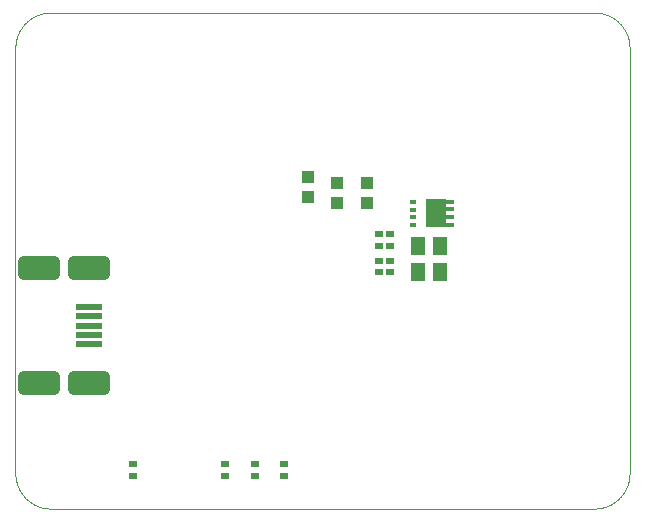
<source format=gbp>
G04 EAGLE Gerber RS-274X export*
G75*
%MOMM*%
%FSLAX35Y35*%
%LPD*%
%INsolder_paste_bottom*%
%IPPOS*%
%AMOC8*
5,1,8,0,0,1.08239X$1,22.5*%
G01*
%ADD10C,0.000000*%
%ADD11R,1.000000X1.100000*%
%ADD12R,0.700000X0.600000*%
%ADD13R,1.300000X1.500000*%
%ADD14R,0.600000X0.300000*%
%ADD15R,0.635000X0.300000*%
%ADD16R,1.775000X2.450000*%
%ADD17R,2.250000X0.500000*%
%ADD18C,1.000000*%


D10*
X0Y3900000D02*
X0Y300000D01*
X88Y292751D01*
X350Y285506D01*
X788Y278270D01*
X1401Y271046D01*
X2187Y263839D01*
X3148Y256653D01*
X4282Y249493D01*
X5589Y242362D01*
X7068Y235265D01*
X8717Y228205D01*
X10537Y221188D01*
X12526Y214216D01*
X14683Y207295D01*
X17006Y200428D01*
X19495Y193619D01*
X22148Y186872D01*
X24962Y180191D01*
X27938Y173580D01*
X31072Y167043D01*
X34363Y160583D01*
X37810Y154205D01*
X41409Y147912D01*
X45160Y141708D01*
X49059Y135596D01*
X53105Y129581D01*
X57295Y123664D01*
X61627Y117851D01*
X66098Y112144D01*
X70705Y106547D01*
X75447Y101063D01*
X80319Y95695D01*
X85320Y90447D01*
X90447Y85320D01*
X95695Y80319D01*
X101063Y75447D01*
X106547Y70705D01*
X112144Y66098D01*
X117851Y61627D01*
X123664Y57295D01*
X129581Y53105D01*
X135596Y49059D01*
X141708Y45160D01*
X147912Y41409D01*
X154205Y37810D01*
X160583Y34363D01*
X167043Y31072D01*
X173580Y27938D01*
X180191Y24962D01*
X186872Y22148D01*
X193619Y19495D01*
X200428Y17006D01*
X207295Y14683D01*
X214216Y12526D01*
X221188Y10537D01*
X228205Y8717D01*
X235265Y7068D01*
X242362Y5589D01*
X249493Y4282D01*
X256653Y3148D01*
X263839Y2187D01*
X271046Y1401D01*
X278270Y788D01*
X285506Y350D01*
X292751Y88D01*
X300000Y0D01*
X4900000Y0D01*
X4907249Y88D01*
X4914494Y350D01*
X4921730Y788D01*
X4928954Y1401D01*
X4936161Y2187D01*
X4943347Y3148D01*
X4950507Y4282D01*
X4957638Y5589D01*
X4964735Y7068D01*
X4971795Y8717D01*
X4978812Y10537D01*
X4985784Y12526D01*
X4992705Y14683D01*
X4999572Y17006D01*
X5006381Y19495D01*
X5013128Y22148D01*
X5019809Y24962D01*
X5026420Y27938D01*
X5032957Y31072D01*
X5039417Y34363D01*
X5045795Y37810D01*
X5052088Y41409D01*
X5058292Y45160D01*
X5064404Y49059D01*
X5070419Y53105D01*
X5076336Y57295D01*
X5082149Y61627D01*
X5087856Y66098D01*
X5093453Y70705D01*
X5098937Y75447D01*
X5104305Y80319D01*
X5109553Y85320D01*
X5114680Y90447D01*
X5119681Y95695D01*
X5124553Y101063D01*
X5129295Y106547D01*
X5133902Y112144D01*
X5138373Y117851D01*
X5142705Y123664D01*
X5146895Y129581D01*
X5150941Y135596D01*
X5154840Y141708D01*
X5158591Y147912D01*
X5162190Y154205D01*
X5165637Y160583D01*
X5168928Y167043D01*
X5172062Y173580D01*
X5175038Y180191D01*
X5177852Y186872D01*
X5180505Y193619D01*
X5182994Y200428D01*
X5185317Y207295D01*
X5187474Y214216D01*
X5189463Y221188D01*
X5191283Y228205D01*
X5192932Y235265D01*
X5194411Y242362D01*
X5195718Y249493D01*
X5196852Y256653D01*
X5197813Y263839D01*
X5198599Y271046D01*
X5199212Y278270D01*
X5199650Y285506D01*
X5199912Y292751D01*
X5200000Y300000D01*
X5200000Y3900000D01*
X5199912Y3907249D01*
X5199650Y3914494D01*
X5199212Y3921730D01*
X5198599Y3928954D01*
X5197813Y3936161D01*
X5196852Y3943347D01*
X5195718Y3950507D01*
X5194411Y3957638D01*
X5192932Y3964735D01*
X5191283Y3971795D01*
X5189463Y3978812D01*
X5187474Y3985784D01*
X5185317Y3992705D01*
X5182994Y3999572D01*
X5180505Y4006381D01*
X5177852Y4013128D01*
X5175038Y4019809D01*
X5172062Y4026420D01*
X5168928Y4032957D01*
X5165637Y4039417D01*
X5162190Y4045795D01*
X5158591Y4052088D01*
X5154840Y4058292D01*
X5150941Y4064404D01*
X5146895Y4070419D01*
X5142705Y4076336D01*
X5138373Y4082149D01*
X5133902Y4087856D01*
X5129295Y4093453D01*
X5124553Y4098937D01*
X5119681Y4104305D01*
X5114680Y4109553D01*
X5109553Y4114680D01*
X5104305Y4119681D01*
X5098937Y4124553D01*
X5093453Y4129295D01*
X5087856Y4133902D01*
X5082149Y4138373D01*
X5076336Y4142705D01*
X5070419Y4146895D01*
X5064404Y4150941D01*
X5058292Y4154840D01*
X5052088Y4158591D01*
X5045795Y4162190D01*
X5039417Y4165637D01*
X5032957Y4168928D01*
X5026420Y4172062D01*
X5019809Y4175038D01*
X5013128Y4177852D01*
X5006381Y4180505D01*
X4999572Y4182994D01*
X4992705Y4185317D01*
X4985784Y4187474D01*
X4978812Y4189463D01*
X4971795Y4191283D01*
X4964735Y4192932D01*
X4957638Y4194411D01*
X4950507Y4195718D01*
X4943347Y4196852D01*
X4936161Y4197813D01*
X4928954Y4198599D01*
X4921730Y4199212D01*
X4914494Y4199650D01*
X4907249Y4199912D01*
X4900000Y4200000D01*
X300000Y4200000D01*
X292751Y4199912D01*
X285506Y4199650D01*
X278270Y4199212D01*
X271046Y4198599D01*
X263839Y4197813D01*
X256653Y4196852D01*
X249493Y4195718D01*
X242362Y4194411D01*
X235265Y4192932D01*
X228205Y4191283D01*
X221188Y4189463D01*
X214216Y4187474D01*
X207295Y4185317D01*
X200428Y4182994D01*
X193619Y4180505D01*
X186872Y4177852D01*
X180191Y4175038D01*
X173580Y4172062D01*
X167043Y4168928D01*
X160583Y4165637D01*
X154205Y4162190D01*
X147912Y4158591D01*
X141708Y4154840D01*
X135596Y4150941D01*
X129581Y4146895D01*
X123664Y4142705D01*
X117851Y4138373D01*
X112144Y4133902D01*
X106547Y4129295D01*
X101063Y4124553D01*
X95695Y4119681D01*
X90447Y4114680D01*
X85320Y4109553D01*
X80319Y4104305D01*
X75447Y4098937D01*
X70705Y4093453D01*
X66098Y4087856D01*
X61627Y4082149D01*
X57295Y4076336D01*
X53105Y4070419D01*
X49059Y4064404D01*
X45160Y4058292D01*
X41409Y4052088D01*
X37810Y4045795D01*
X34363Y4039417D01*
X31072Y4032957D01*
X27938Y4026420D01*
X24962Y4019809D01*
X22148Y4013128D01*
X19495Y4006381D01*
X17006Y3999572D01*
X14683Y3992705D01*
X12526Y3985784D01*
X10537Y3978812D01*
X8717Y3971795D01*
X7068Y3964735D01*
X5589Y3957638D01*
X4282Y3950507D01*
X3148Y3943347D01*
X2187Y3936161D01*
X1401Y3928954D01*
X788Y3921730D01*
X350Y3914494D01*
X88Y3907249D01*
X0Y3900000D01*
D11*
X2725000Y2590000D03*
X2725000Y2760000D03*
D12*
X3175000Y2000000D03*
X3175000Y2100000D03*
X3075000Y2100000D03*
X3075000Y2000000D03*
D11*
X2975000Y2760000D03*
X2975000Y2590000D03*
D12*
X3075000Y2325000D03*
X3075000Y2225000D03*
X3175000Y2225000D03*
X3175000Y2325000D03*
D13*
X3595000Y2225000D03*
X3405000Y2225000D03*
X3595000Y2000000D03*
X3405000Y2000000D03*
D14*
X3370000Y2400000D03*
X3370000Y2465000D03*
X3370000Y2530000D03*
X3370000Y2595000D03*
D15*
X3677500Y2597500D03*
X3677500Y2532500D03*
X3677500Y2467500D03*
X3677500Y2402500D03*
D16*
X3557500Y2500000D03*
D11*
X2475000Y2810000D03*
X2475000Y2640000D03*
D12*
X1000000Y375000D03*
X1000000Y275000D03*
X1775000Y375000D03*
X1775000Y275000D03*
X2025000Y375000D03*
X2025000Y275000D03*
X2275000Y375000D03*
X2275000Y275000D03*
D17*
X625000Y1550000D03*
X625000Y1630000D03*
X625000Y1470000D03*
X625000Y1710000D03*
X625000Y1390000D03*
D18*
X750000Y1010000D02*
X500000Y1010000D01*
X500000Y1110000D01*
X750000Y1110000D01*
X750000Y1010000D01*
X750000Y1105000D02*
X500000Y1105000D01*
X500000Y1990000D02*
X750000Y1990000D01*
X500000Y1990000D02*
X500000Y2090000D01*
X750000Y2090000D01*
X750000Y1990000D01*
X750000Y2085000D02*
X500000Y2085000D01*
X325000Y1010000D02*
X75000Y1010000D01*
X75000Y1110000D01*
X325000Y1110000D01*
X325000Y1010000D01*
X325000Y1105000D02*
X75000Y1105000D01*
X75000Y1990000D02*
X325000Y1990000D01*
X75000Y1990000D02*
X75000Y2090000D01*
X325000Y2090000D01*
X325000Y1990000D01*
X325000Y2085000D02*
X75000Y2085000D01*
M02*

</source>
